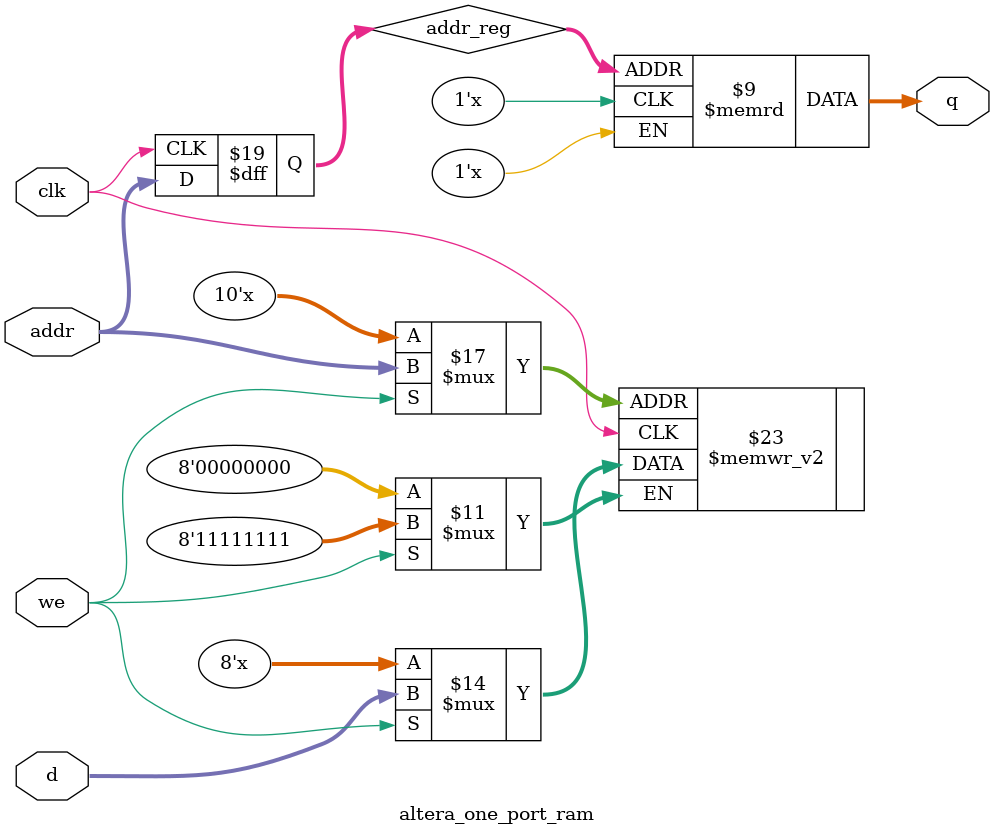
<source format=v>
module altera_one_port_ram
   #(
    parameter DATA_WIDTH = 8, // number of bits
              ADDR_WIDTH = 10  // number of address bits
   )
   (
    input wire clk,
    input wire we,
    input wire [ADDR_WIDTH-1:0] addr,
    input wire [DATA_WIDTH-1:0] d,
    output wire [DATA_WIDTH-1:0] q
   );

   // signal declaration
   reg [DATA_WIDTH-1:0] ram [2**ADDR_WIDTH-1:0];
   reg [ADDR_WIDTH-1:0] addr_reg;

   // body
   // write operation
   always @(posedge clk)
   begin
      if (we)
         ram[addr] <= d;
      addr_reg <= addr;
   end
   
   // read operation
   assign q = ram[addr_reg];
endmodule

</source>
